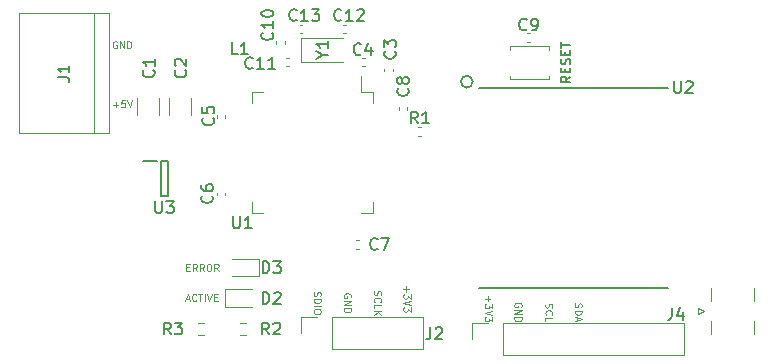
<source format=gbr>
%TF.GenerationSoftware,KiCad,Pcbnew,(6.0.1)*%
%TF.CreationDate,2022-10-02T00:08:38-05:00*%
%TF.ProjectId,PCBFiles_Node,50434246-696c-4657-935f-4e6f64652e6b,rev?*%
%TF.SameCoordinates,Original*%
%TF.FileFunction,Legend,Top*%
%TF.FilePolarity,Positive*%
%FSLAX46Y46*%
G04 Gerber Fmt 4.6, Leading zero omitted, Abs format (unit mm)*
G04 Created by KiCad (PCBNEW (6.0.1)) date 2022-10-02 00:08:38*
%MOMM*%
%LPD*%
G01*
G04 APERTURE LIST*
%ADD10C,0.125000*%
%ADD11C,0.100000*%
%ADD12C,0.150000*%
%ADD13C,0.120000*%
%ADD14C,0.200000*%
G04 APERTURE END LIST*
D10*
X149157142Y-99771428D02*
X149128571Y-99857142D01*
X149128571Y-100000000D01*
X149157142Y-100057142D01*
X149185714Y-100085714D01*
X149242857Y-100114285D01*
X149300000Y-100114285D01*
X149357142Y-100085714D01*
X149385714Y-100057142D01*
X149414285Y-100000000D01*
X149442857Y-99885714D01*
X149471428Y-99828571D01*
X149500000Y-99800000D01*
X149557142Y-99771428D01*
X149614285Y-99771428D01*
X149671428Y-99800000D01*
X149700000Y-99828571D01*
X149728571Y-99885714D01*
X149728571Y-100028571D01*
X149700000Y-100114285D01*
X149128571Y-100371428D02*
X149728571Y-100371428D01*
X149728571Y-100514285D01*
X149700000Y-100600000D01*
X149642857Y-100657142D01*
X149585714Y-100685714D01*
X149471428Y-100714285D01*
X149385714Y-100714285D01*
X149271428Y-100685714D01*
X149214285Y-100657142D01*
X149157142Y-100600000D01*
X149128571Y-100514285D01*
X149128571Y-100371428D01*
X149300000Y-100942857D02*
X149300000Y-101228571D01*
X149128571Y-100885714D02*
X149728571Y-101085714D01*
X149128571Y-101285714D01*
D11*
X110028571Y-82942857D02*
X110485714Y-82942857D01*
X110257142Y-83171428D02*
X110257142Y-82714285D01*
X111057142Y-82571428D02*
X110771428Y-82571428D01*
X110742857Y-82857142D01*
X110771428Y-82828571D01*
X110828571Y-82800000D01*
X110971428Y-82800000D01*
X111028571Y-82828571D01*
X111057142Y-82857142D01*
X111085714Y-82914285D01*
X111085714Y-83057142D01*
X111057142Y-83114285D01*
X111028571Y-83142857D01*
X110971428Y-83171428D01*
X110828571Y-83171428D01*
X110771428Y-83142857D01*
X110742857Y-83114285D01*
X111257142Y-82571428D02*
X111457142Y-83171428D01*
X111657142Y-82571428D01*
D10*
X141757142Y-99142857D02*
X141757142Y-99600000D01*
X141528571Y-99371428D02*
X141985714Y-99371428D01*
X142128571Y-99828571D02*
X142128571Y-100200000D01*
X141900000Y-100000000D01*
X141900000Y-100085714D01*
X141871428Y-100142857D01*
X141842857Y-100171428D01*
X141785714Y-100200000D01*
X141642857Y-100200000D01*
X141585714Y-100171428D01*
X141557142Y-100142857D01*
X141528571Y-100085714D01*
X141528571Y-99914285D01*
X141557142Y-99857142D01*
X141585714Y-99828571D01*
X142128571Y-100371428D02*
X141528571Y-100571428D01*
X142128571Y-100771428D01*
X142128571Y-100914285D02*
X142128571Y-101285714D01*
X141900000Y-101085714D01*
X141900000Y-101171428D01*
X141871428Y-101228571D01*
X141842857Y-101257142D01*
X141785714Y-101285714D01*
X141642857Y-101285714D01*
X141585714Y-101257142D01*
X141557142Y-101228571D01*
X141528571Y-101171428D01*
X141528571Y-101000000D01*
X141557142Y-100942857D01*
X141585714Y-100914285D01*
D11*
X110342857Y-77600000D02*
X110285714Y-77571428D01*
X110200000Y-77571428D01*
X110114285Y-77600000D01*
X110057142Y-77657142D01*
X110028571Y-77714285D01*
X110000000Y-77828571D01*
X110000000Y-77914285D01*
X110028571Y-78028571D01*
X110057142Y-78085714D01*
X110114285Y-78142857D01*
X110200000Y-78171428D01*
X110257142Y-78171428D01*
X110342857Y-78142857D01*
X110371428Y-78114285D01*
X110371428Y-77914285D01*
X110257142Y-77914285D01*
X110628571Y-78171428D02*
X110628571Y-77571428D01*
X110971428Y-78171428D01*
X110971428Y-77571428D01*
X111257142Y-78171428D02*
X111257142Y-77571428D01*
X111400000Y-77571428D01*
X111485714Y-77600000D01*
X111542857Y-77657142D01*
X111571428Y-77714285D01*
X111600000Y-77828571D01*
X111600000Y-77914285D01*
X111571428Y-78028571D01*
X111542857Y-78085714D01*
X111485714Y-78142857D01*
X111400000Y-78171428D01*
X111257142Y-78171428D01*
D10*
X144600000Y-100042857D02*
X144628571Y-99985714D01*
X144628571Y-99900000D01*
X144600000Y-99814285D01*
X144542857Y-99757142D01*
X144485714Y-99728571D01*
X144371428Y-99700000D01*
X144285714Y-99700000D01*
X144171428Y-99728571D01*
X144114285Y-99757142D01*
X144057142Y-99814285D01*
X144028571Y-99900000D01*
X144028571Y-99957142D01*
X144057142Y-100042857D01*
X144085714Y-100071428D01*
X144285714Y-100071428D01*
X144285714Y-99957142D01*
X144028571Y-100328571D02*
X144628571Y-100328571D01*
X144028571Y-100671428D01*
X144628571Y-100671428D01*
X144028571Y-100957142D02*
X144628571Y-100957142D01*
X144628571Y-101100000D01*
X144600000Y-101185714D01*
X144542857Y-101242857D01*
X144485714Y-101271428D01*
X144371428Y-101300000D01*
X144285714Y-101300000D01*
X144171428Y-101271428D01*
X144114285Y-101242857D01*
X144057142Y-101185714D01*
X144028571Y-101100000D01*
X144028571Y-100957142D01*
D11*
X116257142Y-96707142D02*
X116457142Y-96707142D01*
X116542857Y-97021428D02*
X116257142Y-97021428D01*
X116257142Y-96421428D01*
X116542857Y-96421428D01*
X117142857Y-97021428D02*
X116942857Y-96735714D01*
X116800000Y-97021428D02*
X116800000Y-96421428D01*
X117028571Y-96421428D01*
X117085714Y-96450000D01*
X117114285Y-96478571D01*
X117142857Y-96535714D01*
X117142857Y-96621428D01*
X117114285Y-96678571D01*
X117085714Y-96707142D01*
X117028571Y-96735714D01*
X116800000Y-96735714D01*
X117742857Y-97021428D02*
X117542857Y-96735714D01*
X117400000Y-97021428D02*
X117400000Y-96421428D01*
X117628571Y-96421428D01*
X117685714Y-96450000D01*
X117714285Y-96478571D01*
X117742857Y-96535714D01*
X117742857Y-96621428D01*
X117714285Y-96678571D01*
X117685714Y-96707142D01*
X117628571Y-96735714D01*
X117400000Y-96735714D01*
X118114285Y-96421428D02*
X118228571Y-96421428D01*
X118285714Y-96450000D01*
X118342857Y-96507142D01*
X118371428Y-96621428D01*
X118371428Y-96821428D01*
X118342857Y-96935714D01*
X118285714Y-96992857D01*
X118228571Y-97021428D01*
X118114285Y-97021428D01*
X118057142Y-96992857D01*
X118000000Y-96935714D01*
X117971428Y-96821428D01*
X117971428Y-96621428D01*
X118000000Y-96507142D01*
X118057142Y-96450000D01*
X118114285Y-96421428D01*
X118971428Y-97021428D02*
X118771428Y-96735714D01*
X118628571Y-97021428D02*
X118628571Y-96421428D01*
X118857142Y-96421428D01*
X118914285Y-96450000D01*
X118942857Y-96478571D01*
X118971428Y-96535714D01*
X118971428Y-96621428D01*
X118942857Y-96678571D01*
X118914285Y-96707142D01*
X118857142Y-96735714D01*
X118628571Y-96735714D01*
D10*
X134857142Y-98317857D02*
X134857142Y-98775000D01*
X134628571Y-98546428D02*
X135085714Y-98546428D01*
X135228571Y-99003571D02*
X135228571Y-99375000D01*
X135000000Y-99175000D01*
X135000000Y-99260714D01*
X134971428Y-99317857D01*
X134942857Y-99346428D01*
X134885714Y-99375000D01*
X134742857Y-99375000D01*
X134685714Y-99346428D01*
X134657142Y-99317857D01*
X134628571Y-99260714D01*
X134628571Y-99089285D01*
X134657142Y-99032142D01*
X134685714Y-99003571D01*
X135228571Y-99546428D02*
X134628571Y-99746428D01*
X135228571Y-99946428D01*
X135228571Y-100089285D02*
X135228571Y-100460714D01*
X135000000Y-100260714D01*
X135000000Y-100346428D01*
X134971428Y-100403571D01*
X134942857Y-100432142D01*
X134885714Y-100460714D01*
X134742857Y-100460714D01*
X134685714Y-100432142D01*
X134657142Y-100403571D01*
X134628571Y-100346428D01*
X134628571Y-100175000D01*
X134657142Y-100117857D01*
X134685714Y-100089285D01*
X132157142Y-98710714D02*
X132128571Y-98796428D01*
X132128571Y-98939285D01*
X132157142Y-98996428D01*
X132185714Y-99025000D01*
X132242857Y-99053571D01*
X132300000Y-99053571D01*
X132357142Y-99025000D01*
X132385714Y-98996428D01*
X132414285Y-98939285D01*
X132442857Y-98825000D01*
X132471428Y-98767857D01*
X132500000Y-98739285D01*
X132557142Y-98710714D01*
X132614285Y-98710714D01*
X132671428Y-98739285D01*
X132700000Y-98767857D01*
X132728571Y-98825000D01*
X132728571Y-98967857D01*
X132700000Y-99053571D01*
X132185714Y-99653571D02*
X132157142Y-99625000D01*
X132128571Y-99539285D01*
X132128571Y-99482142D01*
X132157142Y-99396428D01*
X132214285Y-99339285D01*
X132271428Y-99310714D01*
X132385714Y-99282142D01*
X132471428Y-99282142D01*
X132585714Y-99310714D01*
X132642857Y-99339285D01*
X132700000Y-99396428D01*
X132728571Y-99482142D01*
X132728571Y-99539285D01*
X132700000Y-99625000D01*
X132671428Y-99653571D01*
X132128571Y-100196428D02*
X132128571Y-99910714D01*
X132728571Y-99910714D01*
X132128571Y-100396428D02*
X132728571Y-100396428D01*
X132128571Y-100739285D02*
X132471428Y-100482142D01*
X132728571Y-100739285D02*
X132385714Y-100396428D01*
X146657142Y-99785714D02*
X146628571Y-99871428D01*
X146628571Y-100014285D01*
X146657142Y-100071428D01*
X146685714Y-100100000D01*
X146742857Y-100128571D01*
X146800000Y-100128571D01*
X146857142Y-100100000D01*
X146885714Y-100071428D01*
X146914285Y-100014285D01*
X146942857Y-99900000D01*
X146971428Y-99842857D01*
X147000000Y-99814285D01*
X147057142Y-99785714D01*
X147114285Y-99785714D01*
X147171428Y-99814285D01*
X147200000Y-99842857D01*
X147228571Y-99900000D01*
X147228571Y-100042857D01*
X147200000Y-100128571D01*
X146685714Y-100728571D02*
X146657142Y-100700000D01*
X146628571Y-100614285D01*
X146628571Y-100557142D01*
X146657142Y-100471428D01*
X146714285Y-100414285D01*
X146771428Y-100385714D01*
X146885714Y-100357142D01*
X146971428Y-100357142D01*
X147085714Y-100385714D01*
X147142857Y-100414285D01*
X147200000Y-100471428D01*
X147228571Y-100557142D01*
X147228571Y-100614285D01*
X147200000Y-100700000D01*
X147171428Y-100728571D01*
X146628571Y-101271428D02*
X146628571Y-100985714D01*
X147228571Y-100985714D01*
X130150000Y-99267857D02*
X130178571Y-99210714D01*
X130178571Y-99125000D01*
X130150000Y-99039285D01*
X130092857Y-98982142D01*
X130035714Y-98953571D01*
X129921428Y-98925000D01*
X129835714Y-98925000D01*
X129721428Y-98953571D01*
X129664285Y-98982142D01*
X129607142Y-99039285D01*
X129578571Y-99125000D01*
X129578571Y-99182142D01*
X129607142Y-99267857D01*
X129635714Y-99296428D01*
X129835714Y-99296428D01*
X129835714Y-99182142D01*
X129578571Y-99553571D02*
X130178571Y-99553571D01*
X129578571Y-99896428D01*
X130178571Y-99896428D01*
X129578571Y-100182142D02*
X130178571Y-100182142D01*
X130178571Y-100325000D01*
X130150000Y-100410714D01*
X130092857Y-100467857D01*
X130035714Y-100496428D01*
X129921428Y-100525000D01*
X129835714Y-100525000D01*
X129721428Y-100496428D01*
X129664285Y-100467857D01*
X129607142Y-100410714D01*
X129578571Y-100325000D01*
X129578571Y-100182142D01*
D11*
X116207142Y-99400000D02*
X116492857Y-99400000D01*
X116150000Y-99571428D02*
X116350000Y-98971428D01*
X116550000Y-99571428D01*
X117092857Y-99514285D02*
X117064285Y-99542857D01*
X116978571Y-99571428D01*
X116921428Y-99571428D01*
X116835714Y-99542857D01*
X116778571Y-99485714D01*
X116750000Y-99428571D01*
X116721428Y-99314285D01*
X116721428Y-99228571D01*
X116750000Y-99114285D01*
X116778571Y-99057142D01*
X116835714Y-99000000D01*
X116921428Y-98971428D01*
X116978571Y-98971428D01*
X117064285Y-99000000D01*
X117092857Y-99028571D01*
X117264285Y-98971428D02*
X117607142Y-98971428D01*
X117435714Y-99571428D02*
X117435714Y-98971428D01*
X117807142Y-99571428D02*
X117807142Y-98971428D01*
X118007142Y-98971428D02*
X118207142Y-99571428D01*
X118407142Y-98971428D01*
X118607142Y-99257142D02*
X118807142Y-99257142D01*
X118892857Y-99571428D02*
X118607142Y-99571428D01*
X118607142Y-98971428D01*
X118892857Y-98971428D01*
D10*
X127057142Y-98796428D02*
X127028571Y-98882142D01*
X127028571Y-99025000D01*
X127057142Y-99082142D01*
X127085714Y-99110714D01*
X127142857Y-99139285D01*
X127200000Y-99139285D01*
X127257142Y-99110714D01*
X127285714Y-99082142D01*
X127314285Y-99025000D01*
X127342857Y-98910714D01*
X127371428Y-98853571D01*
X127400000Y-98825000D01*
X127457142Y-98796428D01*
X127514285Y-98796428D01*
X127571428Y-98825000D01*
X127600000Y-98853571D01*
X127628571Y-98910714D01*
X127628571Y-99053571D01*
X127600000Y-99139285D01*
X127028571Y-99396428D02*
X127628571Y-99396428D01*
X127628571Y-99539285D01*
X127600000Y-99625000D01*
X127542857Y-99682142D01*
X127485714Y-99710714D01*
X127371428Y-99739285D01*
X127285714Y-99739285D01*
X127171428Y-99710714D01*
X127114285Y-99682142D01*
X127057142Y-99625000D01*
X127028571Y-99539285D01*
X127028571Y-99396428D01*
X127028571Y-99996428D02*
X127628571Y-99996428D01*
X127628571Y-100396428D02*
X127628571Y-100510714D01*
X127600000Y-100567857D01*
X127542857Y-100625000D01*
X127428571Y-100653571D01*
X127228571Y-100653571D01*
X127114285Y-100625000D01*
X127057142Y-100567857D01*
X127028571Y-100510714D01*
X127028571Y-100396428D01*
X127057142Y-100339285D01*
X127114285Y-100282142D01*
X127228571Y-100253571D01*
X127428571Y-100253571D01*
X127542857Y-100282142D01*
X127600000Y-100339285D01*
X127628571Y-100396428D01*
D12*
%TO.C,J1*%
X105352380Y-80633333D02*
X106066666Y-80633333D01*
X106209523Y-80680952D01*
X106304761Y-80776190D01*
X106352380Y-80919047D01*
X106352380Y-81014285D01*
X106352380Y-79633333D02*
X106352380Y-80204761D01*
X106352380Y-79919047D02*
X105352380Y-79919047D01*
X105495238Y-80014285D01*
X105590476Y-80109523D01*
X105638095Y-80204761D01*
%TO.C,C13*%
X125582142Y-75762142D02*
X125534523Y-75809761D01*
X125391666Y-75857380D01*
X125296428Y-75857380D01*
X125153571Y-75809761D01*
X125058333Y-75714523D01*
X125010714Y-75619285D01*
X124963095Y-75428809D01*
X124963095Y-75285952D01*
X125010714Y-75095476D01*
X125058333Y-75000238D01*
X125153571Y-74905000D01*
X125296428Y-74857380D01*
X125391666Y-74857380D01*
X125534523Y-74905000D01*
X125582142Y-74952619D01*
X126534523Y-75857380D02*
X125963095Y-75857380D01*
X126248809Y-75857380D02*
X126248809Y-74857380D01*
X126153571Y-75000238D01*
X126058333Y-75095476D01*
X125963095Y-75143095D01*
X126867857Y-74857380D02*
X127486904Y-74857380D01*
X127153571Y-75238333D01*
X127296428Y-75238333D01*
X127391666Y-75285952D01*
X127439285Y-75333571D01*
X127486904Y-75428809D01*
X127486904Y-75666904D01*
X127439285Y-75762142D01*
X127391666Y-75809761D01*
X127296428Y-75857380D01*
X127010714Y-75857380D01*
X126915476Y-75809761D01*
X126867857Y-75762142D01*
%TO.C,U1*%
X120213095Y-92402380D02*
X120213095Y-93211904D01*
X120260714Y-93307142D01*
X120308333Y-93354761D01*
X120403571Y-93402380D01*
X120594047Y-93402380D01*
X120689285Y-93354761D01*
X120736904Y-93307142D01*
X120784523Y-93211904D01*
X120784523Y-92402380D01*
X121784523Y-93402380D02*
X121213095Y-93402380D01*
X121498809Y-93402380D02*
X121498809Y-92402380D01*
X121403571Y-92545238D01*
X121308333Y-92640476D01*
X121213095Y-92688095D01*
%TO.C,C10*%
X123507142Y-76842857D02*
X123554761Y-76890476D01*
X123602380Y-77033333D01*
X123602380Y-77128571D01*
X123554761Y-77271428D01*
X123459523Y-77366666D01*
X123364285Y-77414285D01*
X123173809Y-77461904D01*
X123030952Y-77461904D01*
X122840476Y-77414285D01*
X122745238Y-77366666D01*
X122650000Y-77271428D01*
X122602380Y-77128571D01*
X122602380Y-77033333D01*
X122650000Y-76890476D01*
X122697619Y-76842857D01*
X123602380Y-75890476D02*
X123602380Y-76461904D01*
X123602380Y-76176190D02*
X122602380Y-76176190D01*
X122745238Y-76271428D01*
X122840476Y-76366666D01*
X122888095Y-76461904D01*
X122602380Y-75271428D02*
X122602380Y-75176190D01*
X122650000Y-75080952D01*
X122697619Y-75033333D01*
X122792857Y-74985714D01*
X122983333Y-74938095D01*
X123221428Y-74938095D01*
X123411904Y-74985714D01*
X123507142Y-75033333D01*
X123554761Y-75080952D01*
X123602380Y-75176190D01*
X123602380Y-75271428D01*
X123554761Y-75366666D01*
X123507142Y-75414285D01*
X123411904Y-75461904D01*
X123221428Y-75509523D01*
X122983333Y-75509523D01*
X122792857Y-75461904D01*
X122697619Y-75414285D01*
X122650000Y-75366666D01*
X122602380Y-75271428D01*
%TO.C,C11*%
X121857142Y-79807142D02*
X121809523Y-79854761D01*
X121666666Y-79902380D01*
X121571428Y-79902380D01*
X121428571Y-79854761D01*
X121333333Y-79759523D01*
X121285714Y-79664285D01*
X121238095Y-79473809D01*
X121238095Y-79330952D01*
X121285714Y-79140476D01*
X121333333Y-79045238D01*
X121428571Y-78950000D01*
X121571428Y-78902380D01*
X121666666Y-78902380D01*
X121809523Y-78950000D01*
X121857142Y-78997619D01*
X122809523Y-79902380D02*
X122238095Y-79902380D01*
X122523809Y-79902380D02*
X122523809Y-78902380D01*
X122428571Y-79045238D01*
X122333333Y-79140476D01*
X122238095Y-79188095D01*
X123761904Y-79902380D02*
X123190476Y-79902380D01*
X123476190Y-79902380D02*
X123476190Y-78902380D01*
X123380952Y-79045238D01*
X123285714Y-79140476D01*
X123190476Y-79188095D01*
%TO.C,C1*%
X113457142Y-80016666D02*
X113504761Y-80064285D01*
X113552380Y-80207142D01*
X113552380Y-80302380D01*
X113504761Y-80445238D01*
X113409523Y-80540476D01*
X113314285Y-80588095D01*
X113123809Y-80635714D01*
X112980952Y-80635714D01*
X112790476Y-80588095D01*
X112695238Y-80540476D01*
X112600000Y-80445238D01*
X112552380Y-80302380D01*
X112552380Y-80207142D01*
X112600000Y-80064285D01*
X112647619Y-80016666D01*
X113552380Y-79064285D02*
X113552380Y-79635714D01*
X113552380Y-79350000D02*
X112552380Y-79350000D01*
X112695238Y-79445238D01*
X112790476Y-79540476D01*
X112838095Y-79635714D01*
%TO.C,C8*%
X135007142Y-81566666D02*
X135054761Y-81614285D01*
X135102380Y-81757142D01*
X135102380Y-81852380D01*
X135054761Y-81995238D01*
X134959523Y-82090476D01*
X134864285Y-82138095D01*
X134673809Y-82185714D01*
X134530952Y-82185714D01*
X134340476Y-82138095D01*
X134245238Y-82090476D01*
X134150000Y-81995238D01*
X134102380Y-81852380D01*
X134102380Y-81757142D01*
X134150000Y-81614285D01*
X134197619Y-81566666D01*
X134530952Y-80995238D02*
X134483333Y-81090476D01*
X134435714Y-81138095D01*
X134340476Y-81185714D01*
X134292857Y-81185714D01*
X134197619Y-81138095D01*
X134150000Y-81090476D01*
X134102380Y-80995238D01*
X134102380Y-80804761D01*
X134150000Y-80709523D01*
X134197619Y-80661904D01*
X134292857Y-80614285D01*
X134340476Y-80614285D01*
X134435714Y-80661904D01*
X134483333Y-80709523D01*
X134530952Y-80804761D01*
X134530952Y-80995238D01*
X134578571Y-81090476D01*
X134626190Y-81138095D01*
X134721428Y-81185714D01*
X134911904Y-81185714D01*
X135007142Y-81138095D01*
X135054761Y-81090476D01*
X135102380Y-80995238D01*
X135102380Y-80804761D01*
X135054761Y-80709523D01*
X135007142Y-80661904D01*
X134911904Y-80614285D01*
X134721428Y-80614285D01*
X134626190Y-80661904D01*
X134578571Y-80709523D01*
X134530952Y-80804761D01*
%TO.C,C3*%
X133882142Y-78416666D02*
X133929761Y-78464285D01*
X133977380Y-78607142D01*
X133977380Y-78702380D01*
X133929761Y-78845238D01*
X133834523Y-78940476D01*
X133739285Y-78988095D01*
X133548809Y-79035714D01*
X133405952Y-79035714D01*
X133215476Y-78988095D01*
X133120238Y-78940476D01*
X133025000Y-78845238D01*
X132977380Y-78702380D01*
X132977380Y-78607142D01*
X133025000Y-78464285D01*
X133072619Y-78416666D01*
X132977380Y-78083333D02*
X132977380Y-77464285D01*
X133358333Y-77797619D01*
X133358333Y-77654761D01*
X133405952Y-77559523D01*
X133453571Y-77511904D01*
X133548809Y-77464285D01*
X133786904Y-77464285D01*
X133882142Y-77511904D01*
X133929761Y-77559523D01*
X133977380Y-77654761D01*
X133977380Y-77940476D01*
X133929761Y-78035714D01*
X133882142Y-78083333D01*
%TO.C,C6*%
X118407142Y-90641666D02*
X118454761Y-90689285D01*
X118502380Y-90832142D01*
X118502380Y-90927380D01*
X118454761Y-91070238D01*
X118359523Y-91165476D01*
X118264285Y-91213095D01*
X118073809Y-91260714D01*
X117930952Y-91260714D01*
X117740476Y-91213095D01*
X117645238Y-91165476D01*
X117550000Y-91070238D01*
X117502380Y-90927380D01*
X117502380Y-90832142D01*
X117550000Y-90689285D01*
X117597619Y-90641666D01*
X117502380Y-89784523D02*
X117502380Y-89975000D01*
X117550000Y-90070238D01*
X117597619Y-90117857D01*
X117740476Y-90213095D01*
X117930952Y-90260714D01*
X118311904Y-90260714D01*
X118407142Y-90213095D01*
X118454761Y-90165476D01*
X118502380Y-90070238D01*
X118502380Y-89879761D01*
X118454761Y-89784523D01*
X118407142Y-89736904D01*
X118311904Y-89689285D01*
X118073809Y-89689285D01*
X117978571Y-89736904D01*
X117930952Y-89784523D01*
X117883333Y-89879761D01*
X117883333Y-90070238D01*
X117930952Y-90165476D01*
X117978571Y-90213095D01*
X118073809Y-90260714D01*
%TO.C,L1*%
X120583333Y-78652380D02*
X120107142Y-78652380D01*
X120107142Y-77652380D01*
X121440476Y-78652380D02*
X120869047Y-78652380D01*
X121154761Y-78652380D02*
X121154761Y-77652380D01*
X121059523Y-77795238D01*
X120964285Y-77890476D01*
X120869047Y-77938095D01*
%TO.C,C2*%
X116157142Y-80016666D02*
X116204761Y-80064285D01*
X116252380Y-80207142D01*
X116252380Y-80302380D01*
X116204761Y-80445238D01*
X116109523Y-80540476D01*
X116014285Y-80588095D01*
X115823809Y-80635714D01*
X115680952Y-80635714D01*
X115490476Y-80588095D01*
X115395238Y-80540476D01*
X115300000Y-80445238D01*
X115252380Y-80302380D01*
X115252380Y-80207142D01*
X115300000Y-80064285D01*
X115347619Y-80016666D01*
X115347619Y-79635714D02*
X115300000Y-79588095D01*
X115252380Y-79492857D01*
X115252380Y-79254761D01*
X115300000Y-79159523D01*
X115347619Y-79111904D01*
X115442857Y-79064285D01*
X115538095Y-79064285D01*
X115680952Y-79111904D01*
X116252380Y-79683333D01*
X116252380Y-79064285D01*
%TO.C,R1*%
X135833333Y-84532380D02*
X135500000Y-84056190D01*
X135261904Y-84532380D02*
X135261904Y-83532380D01*
X135642857Y-83532380D01*
X135738095Y-83580000D01*
X135785714Y-83627619D01*
X135833333Y-83722857D01*
X135833333Y-83865714D01*
X135785714Y-83960952D01*
X135738095Y-84008571D01*
X135642857Y-84056190D01*
X135261904Y-84056190D01*
X136785714Y-84532380D02*
X136214285Y-84532380D01*
X136500000Y-84532380D02*
X136500000Y-83532380D01*
X136404761Y-83675238D01*
X136309523Y-83770476D01*
X136214285Y-83818095D01*
%TO.C,R2*%
X123233333Y-102402380D02*
X122900000Y-101926190D01*
X122661904Y-102402380D02*
X122661904Y-101402380D01*
X123042857Y-101402380D01*
X123138095Y-101450000D01*
X123185714Y-101497619D01*
X123233333Y-101592857D01*
X123233333Y-101735714D01*
X123185714Y-101830952D01*
X123138095Y-101878571D01*
X123042857Y-101926190D01*
X122661904Y-101926190D01*
X123614285Y-101497619D02*
X123661904Y-101450000D01*
X123757142Y-101402380D01*
X123995238Y-101402380D01*
X124090476Y-101450000D01*
X124138095Y-101497619D01*
X124185714Y-101592857D01*
X124185714Y-101688095D01*
X124138095Y-101830952D01*
X123566666Y-102402380D01*
X124185714Y-102402380D01*
%TO.C,Y1*%
X127776190Y-78726190D02*
X128252380Y-78726190D01*
X127252380Y-79059523D02*
X127776190Y-78726190D01*
X127252380Y-78392857D01*
X128252380Y-77535714D02*
X128252380Y-78107142D01*
X128252380Y-77821428D02*
X127252380Y-77821428D01*
X127395238Y-77916666D01*
X127490476Y-78011904D01*
X127538095Y-78107142D01*
%TO.C,RESET*%
X148761904Y-80561904D02*
X148380952Y-80828571D01*
X148761904Y-81019047D02*
X147961904Y-81019047D01*
X147961904Y-80714285D01*
X148000000Y-80638095D01*
X148038095Y-80600000D01*
X148114285Y-80561904D01*
X148228571Y-80561904D01*
X148304761Y-80600000D01*
X148342857Y-80638095D01*
X148380952Y-80714285D01*
X148380952Y-81019047D01*
X148342857Y-80219047D02*
X148342857Y-79952380D01*
X148761904Y-79838095D02*
X148761904Y-80219047D01*
X147961904Y-80219047D01*
X147961904Y-79838095D01*
X148723809Y-79533333D02*
X148761904Y-79419047D01*
X148761904Y-79228571D01*
X148723809Y-79152380D01*
X148685714Y-79114285D01*
X148609523Y-79076190D01*
X148533333Y-79076190D01*
X148457142Y-79114285D01*
X148419047Y-79152380D01*
X148380952Y-79228571D01*
X148342857Y-79380952D01*
X148304761Y-79457142D01*
X148266666Y-79495238D01*
X148190476Y-79533333D01*
X148114285Y-79533333D01*
X148038095Y-79495238D01*
X148000000Y-79457142D01*
X147961904Y-79380952D01*
X147961904Y-79190476D01*
X148000000Y-79076190D01*
X148342857Y-78733333D02*
X148342857Y-78466666D01*
X148761904Y-78352380D02*
X148761904Y-78733333D01*
X147961904Y-78733333D01*
X147961904Y-78352380D01*
X147961904Y-78123809D02*
X147961904Y-77666666D01*
X148761904Y-77895238D02*
X147961904Y-77895238D01*
%TO.C,R3*%
X114933333Y-102402380D02*
X114600000Y-101926190D01*
X114361904Y-102402380D02*
X114361904Y-101402380D01*
X114742857Y-101402380D01*
X114838095Y-101450000D01*
X114885714Y-101497619D01*
X114933333Y-101592857D01*
X114933333Y-101735714D01*
X114885714Y-101830952D01*
X114838095Y-101878571D01*
X114742857Y-101926190D01*
X114361904Y-101926190D01*
X115266666Y-101402380D02*
X115885714Y-101402380D01*
X115552380Y-101783333D01*
X115695238Y-101783333D01*
X115790476Y-101830952D01*
X115838095Y-101878571D01*
X115885714Y-101973809D01*
X115885714Y-102211904D01*
X115838095Y-102307142D01*
X115790476Y-102354761D01*
X115695238Y-102402380D01*
X115409523Y-102402380D01*
X115314285Y-102354761D01*
X115266666Y-102307142D01*
%TO.C,C4*%
X131033333Y-78657142D02*
X130985714Y-78704761D01*
X130842857Y-78752380D01*
X130747619Y-78752380D01*
X130604761Y-78704761D01*
X130509523Y-78609523D01*
X130461904Y-78514285D01*
X130414285Y-78323809D01*
X130414285Y-78180952D01*
X130461904Y-77990476D01*
X130509523Y-77895238D01*
X130604761Y-77800000D01*
X130747619Y-77752380D01*
X130842857Y-77752380D01*
X130985714Y-77800000D01*
X131033333Y-77847619D01*
X131890476Y-78085714D02*
X131890476Y-78752380D01*
X131652380Y-77704761D02*
X131414285Y-78419047D01*
X132033333Y-78419047D01*
%TO.C,U3*%
X113613095Y-91102380D02*
X113613095Y-91911904D01*
X113660714Y-92007142D01*
X113708333Y-92054761D01*
X113803571Y-92102380D01*
X113994047Y-92102380D01*
X114089285Y-92054761D01*
X114136904Y-92007142D01*
X114184523Y-91911904D01*
X114184523Y-91102380D01*
X114565476Y-91102380D02*
X115184523Y-91102380D01*
X114851190Y-91483333D01*
X114994047Y-91483333D01*
X115089285Y-91530952D01*
X115136904Y-91578571D01*
X115184523Y-91673809D01*
X115184523Y-91911904D01*
X115136904Y-92007142D01*
X115089285Y-92054761D01*
X114994047Y-92102380D01*
X114708333Y-92102380D01*
X114613095Y-92054761D01*
X114565476Y-92007142D01*
%TO.C,J4*%
X157366666Y-100152380D02*
X157366666Y-100866666D01*
X157319047Y-101009523D01*
X157223809Y-101104761D01*
X157080952Y-101152380D01*
X156985714Y-101152380D01*
X158271428Y-100485714D02*
X158271428Y-101152380D01*
X158033333Y-100104761D02*
X157795238Y-100819047D01*
X158414285Y-100819047D01*
%TO.C,C9*%
X145058333Y-76557142D02*
X145010714Y-76604761D01*
X144867857Y-76652380D01*
X144772619Y-76652380D01*
X144629761Y-76604761D01*
X144534523Y-76509523D01*
X144486904Y-76414285D01*
X144439285Y-76223809D01*
X144439285Y-76080952D01*
X144486904Y-75890476D01*
X144534523Y-75795238D01*
X144629761Y-75700000D01*
X144772619Y-75652380D01*
X144867857Y-75652380D01*
X145010714Y-75700000D01*
X145058333Y-75747619D01*
X145534523Y-76652380D02*
X145725000Y-76652380D01*
X145820238Y-76604761D01*
X145867857Y-76557142D01*
X145963095Y-76414285D01*
X146010714Y-76223809D01*
X146010714Y-75842857D01*
X145963095Y-75747619D01*
X145915476Y-75700000D01*
X145820238Y-75652380D01*
X145629761Y-75652380D01*
X145534523Y-75700000D01*
X145486904Y-75747619D01*
X145439285Y-75842857D01*
X145439285Y-76080952D01*
X145486904Y-76176190D01*
X145534523Y-76223809D01*
X145629761Y-76271428D01*
X145820238Y-76271428D01*
X145915476Y-76223809D01*
X145963095Y-76176190D01*
X146010714Y-76080952D01*
%TO.C,C12*%
X129382142Y-75762142D02*
X129334523Y-75809761D01*
X129191666Y-75857380D01*
X129096428Y-75857380D01*
X128953571Y-75809761D01*
X128858333Y-75714523D01*
X128810714Y-75619285D01*
X128763095Y-75428809D01*
X128763095Y-75285952D01*
X128810714Y-75095476D01*
X128858333Y-75000238D01*
X128953571Y-74905000D01*
X129096428Y-74857380D01*
X129191666Y-74857380D01*
X129334523Y-74905000D01*
X129382142Y-74952619D01*
X130334523Y-75857380D02*
X129763095Y-75857380D01*
X130048809Y-75857380D02*
X130048809Y-74857380D01*
X129953571Y-75000238D01*
X129858333Y-75095476D01*
X129763095Y-75143095D01*
X130715476Y-74952619D02*
X130763095Y-74905000D01*
X130858333Y-74857380D01*
X131096428Y-74857380D01*
X131191666Y-74905000D01*
X131239285Y-74952619D01*
X131286904Y-75047857D01*
X131286904Y-75143095D01*
X131239285Y-75285952D01*
X130667857Y-75857380D01*
X131286904Y-75857380D01*
%TO.C,C7*%
X132433333Y-95157142D02*
X132385714Y-95204761D01*
X132242857Y-95252380D01*
X132147619Y-95252380D01*
X132004761Y-95204761D01*
X131909523Y-95109523D01*
X131861904Y-95014285D01*
X131814285Y-94823809D01*
X131814285Y-94680952D01*
X131861904Y-94490476D01*
X131909523Y-94395238D01*
X132004761Y-94300000D01*
X132147619Y-94252380D01*
X132242857Y-94252380D01*
X132385714Y-94300000D01*
X132433333Y-94347619D01*
X132766666Y-94252380D02*
X133433333Y-94252380D01*
X133004761Y-95252380D01*
%TO.C,U2*%
X157538095Y-80952380D02*
X157538095Y-81761904D01*
X157585714Y-81857142D01*
X157633333Y-81904761D01*
X157728571Y-81952380D01*
X157919047Y-81952380D01*
X158014285Y-81904761D01*
X158061904Y-81857142D01*
X158109523Y-81761904D01*
X158109523Y-80952380D01*
X158538095Y-81047619D02*
X158585714Y-81000000D01*
X158680952Y-80952380D01*
X158919047Y-80952380D01*
X159014285Y-81000000D01*
X159061904Y-81047619D01*
X159109523Y-81142857D01*
X159109523Y-81238095D01*
X159061904Y-81380952D01*
X158490476Y-81952380D01*
X159109523Y-81952380D01*
%TO.C,C5*%
X118507142Y-84066666D02*
X118554761Y-84114285D01*
X118602380Y-84257142D01*
X118602380Y-84352380D01*
X118554761Y-84495238D01*
X118459523Y-84590476D01*
X118364285Y-84638095D01*
X118173809Y-84685714D01*
X118030952Y-84685714D01*
X117840476Y-84638095D01*
X117745238Y-84590476D01*
X117650000Y-84495238D01*
X117602380Y-84352380D01*
X117602380Y-84257142D01*
X117650000Y-84114285D01*
X117697619Y-84066666D01*
X117602380Y-83161904D02*
X117602380Y-83638095D01*
X118078571Y-83685714D01*
X118030952Y-83638095D01*
X117983333Y-83542857D01*
X117983333Y-83304761D01*
X118030952Y-83209523D01*
X118078571Y-83161904D01*
X118173809Y-83114285D01*
X118411904Y-83114285D01*
X118507142Y-83161904D01*
X118554761Y-83209523D01*
X118602380Y-83304761D01*
X118602380Y-83542857D01*
X118554761Y-83638095D01*
X118507142Y-83685714D01*
%TO.C,D2*%
X122711904Y-99802380D02*
X122711904Y-98802380D01*
X122950000Y-98802380D01*
X123092857Y-98850000D01*
X123188095Y-98945238D01*
X123235714Y-99040476D01*
X123283333Y-99230952D01*
X123283333Y-99373809D01*
X123235714Y-99564285D01*
X123188095Y-99659523D01*
X123092857Y-99754761D01*
X122950000Y-99802380D01*
X122711904Y-99802380D01*
X123664285Y-98897619D02*
X123711904Y-98850000D01*
X123807142Y-98802380D01*
X124045238Y-98802380D01*
X124140476Y-98850000D01*
X124188095Y-98897619D01*
X124235714Y-98992857D01*
X124235714Y-99088095D01*
X124188095Y-99230952D01*
X123616666Y-99802380D01*
X124235714Y-99802380D01*
%TO.C,D3*%
X122711904Y-97202380D02*
X122711904Y-96202380D01*
X122950000Y-96202380D01*
X123092857Y-96250000D01*
X123188095Y-96345238D01*
X123235714Y-96440476D01*
X123283333Y-96630952D01*
X123283333Y-96773809D01*
X123235714Y-96964285D01*
X123188095Y-97059523D01*
X123092857Y-97154761D01*
X122950000Y-97202380D01*
X122711904Y-97202380D01*
X123616666Y-96202380D02*
X124235714Y-96202380D01*
X123902380Y-96583333D01*
X124045238Y-96583333D01*
X124140476Y-96630952D01*
X124188095Y-96678571D01*
X124235714Y-96773809D01*
X124235714Y-97011904D01*
X124188095Y-97107142D01*
X124140476Y-97154761D01*
X124045238Y-97202380D01*
X123759523Y-97202380D01*
X123664285Y-97154761D01*
X123616666Y-97107142D01*
%TO.C,J2*%
X136916666Y-101802380D02*
X136916666Y-102516666D01*
X136869047Y-102659523D01*
X136773809Y-102754761D01*
X136630952Y-102802380D01*
X136535714Y-102802380D01*
X137345238Y-101897619D02*
X137392857Y-101850000D01*
X137488095Y-101802380D01*
X137726190Y-101802380D01*
X137821428Y-101850000D01*
X137869047Y-101897619D01*
X137916666Y-101992857D01*
X137916666Y-102088095D01*
X137869047Y-102230952D01*
X137297619Y-102802380D01*
X137916666Y-102802380D01*
D13*
%TO.C,J1*%
X109710000Y-75220000D02*
X102090000Y-75220000D01*
X102090000Y-85380000D02*
X109710000Y-85380000D01*
X102090000Y-75220000D02*
X102090000Y-85380000D01*
X109710000Y-85380000D02*
X109710000Y-75220000D01*
X108440000Y-75220000D02*
X108440000Y-85380000D01*
%TO.C,C13*%
X126057836Y-76195000D02*
X125842164Y-76195000D01*
X126057836Y-76915000D02*
X125842164Y-76915000D01*
%TO.C,U1*%
X132010000Y-82840000D02*
X132010000Y-81890000D01*
X132010000Y-81890000D02*
X131060000Y-81890000D01*
X132010000Y-92110000D02*
X131060000Y-92110000D01*
X121790000Y-82840000D02*
X121790000Y-81890000D01*
X121790000Y-91160000D02*
X121790000Y-92110000D01*
X121790000Y-81890000D02*
X122740000Y-81890000D01*
X131060000Y-81890000D02*
X131060000Y-80550000D01*
X132010000Y-91160000D02*
X132010000Y-92110000D01*
X121790000Y-92110000D02*
X122740000Y-92110000D01*
%TO.C,C10*%
X123840000Y-77807836D02*
X123840000Y-77592164D01*
X124560000Y-77807836D02*
X124560000Y-77592164D01*
%TO.C,C11*%
X124692164Y-79710000D02*
X124907836Y-79710000D01*
X124692164Y-78990000D02*
X124907836Y-78990000D01*
%TO.C,C1*%
X112090000Y-83811252D02*
X112090000Y-82388748D01*
X113910000Y-83811252D02*
X113910000Y-82388748D01*
%TO.C,C8*%
X134960000Y-83142164D02*
X134960000Y-83357836D01*
X134240000Y-83142164D02*
X134240000Y-83357836D01*
%TO.C,C3*%
X132990000Y-80107836D02*
X132990000Y-79892164D01*
X133710000Y-80107836D02*
X133710000Y-79892164D01*
%TO.C,C6*%
X119560000Y-90607836D02*
X119560000Y-90392164D01*
X118840000Y-90607836D02*
X118840000Y-90392164D01*
%TO.C,C2*%
X116610000Y-83811252D02*
X116610000Y-82388748D01*
X114790000Y-83811252D02*
X114790000Y-82388748D01*
%TO.C,R1*%
X135846359Y-84870000D02*
X136153641Y-84870000D01*
X135846359Y-85630000D02*
X136153641Y-85630000D01*
%TO.C,R2*%
X120812742Y-102472500D02*
X121287258Y-102472500D01*
X120812742Y-101427500D02*
X121287258Y-101427500D01*
%TO.C,Y1*%
X125950000Y-77300000D02*
X129550000Y-77300000D01*
X125950000Y-79300000D02*
X129550000Y-79300000D01*
X125950000Y-77300000D02*
X125950000Y-79300000D01*
%TO.C,RESET*%
X143650000Y-80800000D02*
X146950000Y-80800000D01*
X146950000Y-78000000D02*
X146950000Y-78300000D01*
X146950000Y-80800000D02*
X146950000Y-80500000D01*
X143650000Y-80500000D02*
X143650000Y-80800000D01*
X143650000Y-78000000D02*
X146950000Y-78000000D01*
X143650000Y-78300000D02*
X143650000Y-78000000D01*
%TO.C,R3*%
X117737258Y-102472500D02*
X117262742Y-102472500D01*
X117737258Y-101427500D02*
X117262742Y-101427500D01*
%TO.C,C4*%
X131142164Y-79710000D02*
X131357836Y-79710000D01*
X131142164Y-78990000D02*
X131357836Y-78990000D01*
D14*
%TO.C,U3*%
X114725000Y-87725000D02*
X114725000Y-90675000D01*
X114075000Y-87725000D02*
X114725000Y-87725000D01*
X112575000Y-87700000D02*
X113725000Y-87700000D01*
X114075000Y-90675000D02*
X114075000Y-87725000D01*
X114725000Y-90675000D02*
X114075000Y-90675000D01*
D13*
%TO.C,J4*%
X140470000Y-101445000D02*
X141800000Y-101445000D01*
X143070000Y-104105000D02*
X143070000Y-101445000D01*
X140470000Y-102775000D02*
X140470000Y-101445000D01*
X143070000Y-104105000D02*
X158370000Y-104105000D01*
X143070000Y-101445000D02*
X158370000Y-101445000D01*
X158370000Y-104105000D02*
X158370000Y-101445000D01*
%TO.C,C9*%
X145117164Y-76890000D02*
X145332836Y-76890000D01*
X145117164Y-77610000D02*
X145332836Y-77610000D01*
%TO.C,C12*%
X129542164Y-76915000D02*
X129757836Y-76915000D01*
X129542164Y-76195000D02*
X129757836Y-76195000D01*
%TO.C,C7*%
X130857836Y-95160000D02*
X130642164Y-95160000D01*
X130857836Y-94440000D02*
X130642164Y-94440000D01*
D12*
%TO.C,U2*%
X140987500Y-98500000D02*
X156987500Y-98500000D01*
X140987500Y-81500000D02*
X156987500Y-81500000D01*
X140487500Y-81000000D02*
G75*
G03*
X140487500Y-81000000I-500000J0D01*
G01*
D13*
%TO.C,C5*%
X119560000Y-84057836D02*
X119560000Y-83842164D01*
X118840000Y-84057836D02*
X118840000Y-83842164D01*
%TO.C,D2*%
X119515000Y-98565000D02*
X119515000Y-100035000D01*
X121800000Y-98565000D02*
X119515000Y-98565000D01*
X119515000Y-100035000D02*
X121800000Y-100035000D01*
%TO.C,D3*%
X122435000Y-97485000D02*
X122435000Y-96015000D01*
X122435000Y-96015000D02*
X120150000Y-96015000D01*
X120150000Y-97485000D02*
X122435000Y-97485000D01*
%TO.C,J2*%
X128570000Y-103605000D02*
X128570000Y-100945000D01*
X125970000Y-100945000D02*
X127300000Y-100945000D01*
X128570000Y-100945000D02*
X136250000Y-100945000D01*
X128570000Y-103605000D02*
X136250000Y-103605000D01*
X136250000Y-103605000D02*
X136250000Y-100945000D01*
X125970000Y-102275000D02*
X125970000Y-100945000D01*
%TO.C,J7*%
X164337500Y-102350000D02*
X164337500Y-101240000D01*
X160077500Y-100400000D02*
X159577500Y-100150000D01*
X164337500Y-99560000D02*
X164337500Y-98450000D01*
X159577500Y-100150000D02*
X159577500Y-100650000D01*
X160627500Y-102350000D02*
X160627500Y-101240000D01*
X160627500Y-99560000D02*
X160627500Y-98450000D01*
X159577500Y-100650000D02*
X160077500Y-100400000D01*
%TD*%
M02*

</source>
